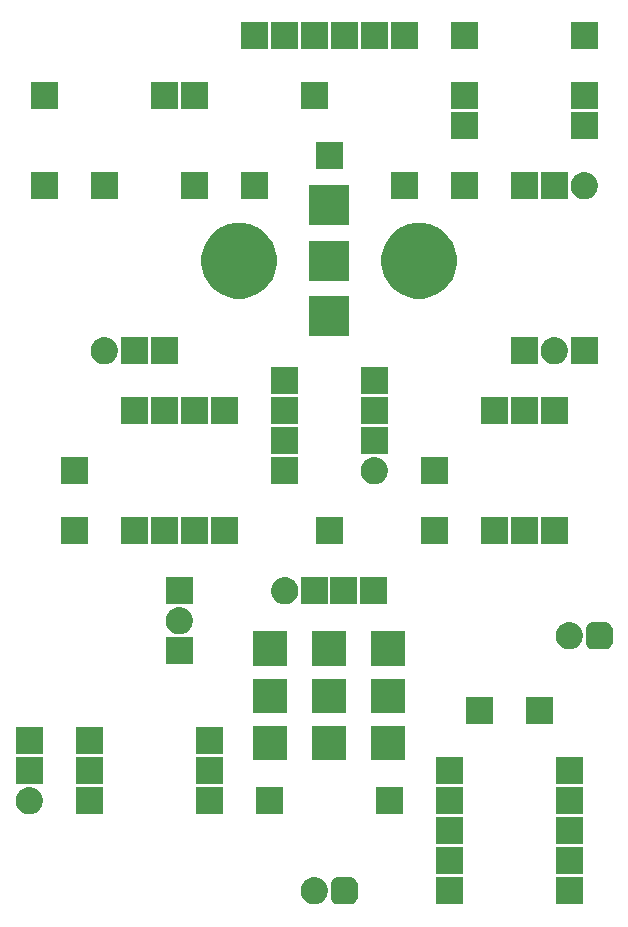
<source format=gbr>
G04 #@! TF.GenerationSoftware,KiCad,Pcbnew,5.1.6-c6e7f7d~87~ubuntu19.10.1*
G04 #@! TF.CreationDate,2022-03-29T21:36:28+06:00*
G04 #@! TF.ProjectId,__________________________r1b,4240353c-3e3b-43e5-9f41-3048385f3e33,1B*
G04 #@! TF.SameCoordinates,Original*
G04 #@! TF.FileFunction,Soldermask,Bot*
G04 #@! TF.FilePolarity,Negative*
%FSLAX46Y46*%
G04 Gerber Fmt 4.6, Leading zero omitted, Abs format (unit mm)*
G04 Created by KiCad (PCBNEW 5.1.6-c6e7f7d~87~ubuntu19.10.1) date 2022-03-29 21:36:28*
%MOMM*%
%LPD*%
G01*
G04 APERTURE LIST*
%ADD10C,0.100000*%
G04 APERTURE END LIST*
D10*
G36*
X126880000Y-201810000D02*
G01*
X124580000Y-201810000D01*
X124580000Y-199510000D01*
X126880000Y-199510000D01*
X126880000Y-201810000D01*
G37*
G36*
X116720000Y-201810000D02*
G01*
X114420000Y-201810000D01*
X114420000Y-199510000D01*
X116720000Y-199510000D01*
X116720000Y-201810000D01*
G37*
G36*
X107290663Y-199523111D02*
G01*
X107416307Y-199561225D01*
X107532096Y-199623115D01*
X107633590Y-199706410D01*
X107716885Y-199807904D01*
X107778775Y-199923693D01*
X107816889Y-200049337D01*
X107830000Y-200182454D01*
X107830000Y-201137546D01*
X107816889Y-201270663D01*
X107778775Y-201396307D01*
X107716885Y-201512096D01*
X107633590Y-201613590D01*
X107532096Y-201696885D01*
X107416307Y-201758775D01*
X107290663Y-201796889D01*
X107157546Y-201810000D01*
X106202454Y-201810000D01*
X106069337Y-201796889D01*
X105943693Y-201758775D01*
X105827904Y-201696885D01*
X105726410Y-201613590D01*
X105643115Y-201512096D01*
X105581225Y-201396307D01*
X105543111Y-201270663D01*
X105530000Y-201137546D01*
X105530000Y-200182454D01*
X105543111Y-200049337D01*
X105581225Y-199923693D01*
X105643115Y-199807904D01*
X105726410Y-199706410D01*
X105827904Y-199623115D01*
X105943693Y-199561225D01*
X106069337Y-199523111D01*
X106202454Y-199510000D01*
X107157546Y-199510000D01*
X107290663Y-199523111D01*
G37*
G36*
X104364354Y-199532097D02*
G01*
X104475443Y-199554194D01*
X104598039Y-199604976D01*
X104684728Y-199640883D01*
X104873081Y-199766736D01*
X105033264Y-199926919D01*
X105159117Y-200115272D01*
X105194212Y-200200000D01*
X105245806Y-200324557D01*
X105290000Y-200546735D01*
X105290000Y-200773265D01*
X105245806Y-200995443D01*
X105195024Y-201118039D01*
X105159117Y-201204728D01*
X105033264Y-201393081D01*
X104873081Y-201553264D01*
X104684728Y-201679117D01*
X104598039Y-201715024D01*
X104475443Y-201765806D01*
X104364354Y-201787903D01*
X104253267Y-201810000D01*
X104026733Y-201810000D01*
X103915646Y-201787903D01*
X103804557Y-201765806D01*
X103681961Y-201715024D01*
X103595272Y-201679117D01*
X103406919Y-201553264D01*
X103246736Y-201393081D01*
X103120883Y-201204728D01*
X103084976Y-201118039D01*
X103034194Y-200995443D01*
X102990000Y-200773265D01*
X102990000Y-200546735D01*
X103034194Y-200324557D01*
X103085788Y-200200000D01*
X103120883Y-200115272D01*
X103246736Y-199926919D01*
X103406919Y-199766736D01*
X103595272Y-199640883D01*
X103681961Y-199604976D01*
X103804557Y-199554194D01*
X103915646Y-199532097D01*
X104026733Y-199510000D01*
X104253267Y-199510000D01*
X104364354Y-199532097D01*
G37*
G36*
X126880000Y-199270000D02*
G01*
X124580000Y-199270000D01*
X124580000Y-196970000D01*
X126880000Y-196970000D01*
X126880000Y-199270000D01*
G37*
G36*
X116720000Y-199270000D02*
G01*
X114420000Y-199270000D01*
X114420000Y-196970000D01*
X116720000Y-196970000D01*
X116720000Y-199270000D01*
G37*
G36*
X116720000Y-196730000D02*
G01*
X114420000Y-196730000D01*
X114420000Y-194430000D01*
X116720000Y-194430000D01*
X116720000Y-196730000D01*
G37*
G36*
X126880000Y-196730000D02*
G01*
X124580000Y-196730000D01*
X124580000Y-194430000D01*
X126880000Y-194430000D01*
X126880000Y-196730000D01*
G37*
G36*
X80234354Y-191912097D02*
G01*
X80345443Y-191934194D01*
X80468039Y-191984976D01*
X80554728Y-192020883D01*
X80743081Y-192146736D01*
X80903264Y-192306919D01*
X81029117Y-192495272D01*
X81065024Y-192581961D01*
X81115806Y-192704557D01*
X81160000Y-192926735D01*
X81160000Y-193153265D01*
X81115806Y-193375443D01*
X81065024Y-193498039D01*
X81029117Y-193584728D01*
X80903264Y-193773081D01*
X80743081Y-193933264D01*
X80554728Y-194059117D01*
X80468039Y-194095024D01*
X80345443Y-194145806D01*
X80234354Y-194167903D01*
X80123267Y-194190000D01*
X79896733Y-194190000D01*
X79785646Y-194167903D01*
X79674557Y-194145806D01*
X79551961Y-194095024D01*
X79465272Y-194059117D01*
X79276919Y-193933264D01*
X79116736Y-193773081D01*
X78990883Y-193584728D01*
X78954976Y-193498039D01*
X78904194Y-193375443D01*
X78860000Y-193153265D01*
X78860000Y-192926735D01*
X78904194Y-192704557D01*
X78954976Y-192581961D01*
X78990883Y-192495272D01*
X79116736Y-192306919D01*
X79276919Y-192146736D01*
X79465272Y-192020883D01*
X79551961Y-191984976D01*
X79674557Y-191934194D01*
X79785646Y-191912097D01*
X79896733Y-191890000D01*
X80123267Y-191890000D01*
X80234354Y-191912097D01*
G37*
G36*
X126880000Y-194190000D02*
G01*
X124580000Y-194190000D01*
X124580000Y-191890000D01*
X126880000Y-191890000D01*
X126880000Y-194190000D01*
G37*
G36*
X116720000Y-194190000D02*
G01*
X114420000Y-194190000D01*
X114420000Y-191890000D01*
X116720000Y-191890000D01*
X116720000Y-194190000D01*
G37*
G36*
X111640000Y-194190000D02*
G01*
X109340000Y-194190000D01*
X109340000Y-191890000D01*
X111640000Y-191890000D01*
X111640000Y-194190000D01*
G37*
G36*
X101480000Y-194190000D02*
G01*
X99180000Y-194190000D01*
X99180000Y-191890000D01*
X101480000Y-191890000D01*
X101480000Y-194190000D01*
G37*
G36*
X96400000Y-194190000D02*
G01*
X94100000Y-194190000D01*
X94100000Y-191890000D01*
X96400000Y-191890000D01*
X96400000Y-194190000D01*
G37*
G36*
X86240000Y-194190000D02*
G01*
X83940000Y-194190000D01*
X83940000Y-191890000D01*
X86240000Y-191890000D01*
X86240000Y-194190000D01*
G37*
G36*
X126880000Y-191650000D02*
G01*
X124580000Y-191650000D01*
X124580000Y-189350000D01*
X126880000Y-189350000D01*
X126880000Y-191650000D01*
G37*
G36*
X96400000Y-191650000D02*
G01*
X94100000Y-191650000D01*
X94100000Y-189350000D01*
X96400000Y-189350000D01*
X96400000Y-191650000D01*
G37*
G36*
X86240000Y-191650000D02*
G01*
X83940000Y-191650000D01*
X83940000Y-189350000D01*
X86240000Y-189350000D01*
X86240000Y-191650000D01*
G37*
G36*
X81160000Y-191650000D02*
G01*
X78860000Y-191650000D01*
X78860000Y-189350000D01*
X81160000Y-189350000D01*
X81160000Y-191650000D01*
G37*
G36*
X116720000Y-191650000D02*
G01*
X114420000Y-191650000D01*
X114420000Y-189350000D01*
X116720000Y-189350000D01*
X116720000Y-191650000D01*
G37*
G36*
X111860000Y-189600000D02*
G01*
X108960000Y-189600000D01*
X108960000Y-186700000D01*
X111860000Y-186700000D01*
X111860000Y-189600000D01*
G37*
G36*
X106860000Y-189600000D02*
G01*
X103960000Y-189600000D01*
X103960000Y-186700000D01*
X106860000Y-186700000D01*
X106860000Y-189600000D01*
G37*
G36*
X101860000Y-189600000D02*
G01*
X98960000Y-189600000D01*
X98960000Y-186700000D01*
X101860000Y-186700000D01*
X101860000Y-189600000D01*
G37*
G36*
X96400000Y-189110000D02*
G01*
X94100000Y-189110000D01*
X94100000Y-186810000D01*
X96400000Y-186810000D01*
X96400000Y-189110000D01*
G37*
G36*
X86240000Y-189110000D02*
G01*
X83940000Y-189110000D01*
X83940000Y-186810000D01*
X86240000Y-186810000D01*
X86240000Y-189110000D01*
G37*
G36*
X81160000Y-189110000D02*
G01*
X78860000Y-189110000D01*
X78860000Y-186810000D01*
X81160000Y-186810000D01*
X81160000Y-189110000D01*
G37*
G36*
X124340000Y-186570000D02*
G01*
X122040000Y-186570000D01*
X122040000Y-184270000D01*
X124340000Y-184270000D01*
X124340000Y-186570000D01*
G37*
G36*
X119260000Y-186570000D02*
G01*
X116960000Y-186570000D01*
X116960000Y-184270000D01*
X119260000Y-184270000D01*
X119260000Y-186570000D01*
G37*
G36*
X101860000Y-185600000D02*
G01*
X98960000Y-185600000D01*
X98960000Y-182700000D01*
X101860000Y-182700000D01*
X101860000Y-185600000D01*
G37*
G36*
X106860000Y-185600000D02*
G01*
X103960000Y-185600000D01*
X103960000Y-182700000D01*
X106860000Y-182700000D01*
X106860000Y-185600000D01*
G37*
G36*
X111860000Y-185600000D02*
G01*
X108960000Y-185600000D01*
X108960000Y-182700000D01*
X111860000Y-182700000D01*
X111860000Y-185600000D01*
G37*
G36*
X101860000Y-181600000D02*
G01*
X98960000Y-181600000D01*
X98960000Y-178700000D01*
X101860000Y-178700000D01*
X101860000Y-181600000D01*
G37*
G36*
X106860000Y-181600000D02*
G01*
X103960000Y-181600000D01*
X103960000Y-178700000D01*
X106860000Y-178700000D01*
X106860000Y-181600000D01*
G37*
G36*
X111860000Y-181600000D02*
G01*
X108960000Y-181600000D01*
X108960000Y-178700000D01*
X111860000Y-178700000D01*
X111860000Y-181600000D01*
G37*
G36*
X93860000Y-181490000D02*
G01*
X91560000Y-181490000D01*
X91560000Y-179190000D01*
X93860000Y-179190000D01*
X93860000Y-181490000D01*
G37*
G36*
X125954354Y-177942097D02*
G01*
X126065443Y-177964194D01*
X126188039Y-178014976D01*
X126274728Y-178050883D01*
X126463081Y-178176736D01*
X126623264Y-178336919D01*
X126749117Y-178525272D01*
X126784212Y-178610000D01*
X126835806Y-178734557D01*
X126835806Y-178734559D01*
X126880000Y-178956733D01*
X126880000Y-179183267D01*
X126857903Y-179294354D01*
X126835806Y-179405443D01*
X126785024Y-179528039D01*
X126749117Y-179614728D01*
X126623264Y-179803081D01*
X126463081Y-179963264D01*
X126274728Y-180089117D01*
X126188039Y-180125024D01*
X126065443Y-180175806D01*
X125954354Y-180197903D01*
X125843267Y-180220000D01*
X125616733Y-180220000D01*
X125505646Y-180197903D01*
X125394557Y-180175806D01*
X125271961Y-180125024D01*
X125185272Y-180089117D01*
X124996919Y-179963264D01*
X124836736Y-179803081D01*
X124710883Y-179614728D01*
X124674976Y-179528039D01*
X124624194Y-179405443D01*
X124602097Y-179294354D01*
X124580000Y-179183267D01*
X124580000Y-178956733D01*
X124624194Y-178734559D01*
X124624194Y-178734557D01*
X124675788Y-178610000D01*
X124710883Y-178525272D01*
X124836736Y-178336919D01*
X124996919Y-178176736D01*
X125185272Y-178050883D01*
X125271961Y-178014976D01*
X125394557Y-177964194D01*
X125505646Y-177942097D01*
X125616733Y-177920000D01*
X125843267Y-177920000D01*
X125954354Y-177942097D01*
G37*
G36*
X128880663Y-177933111D02*
G01*
X129006307Y-177971225D01*
X129122096Y-178033115D01*
X129223590Y-178116410D01*
X129306885Y-178217904D01*
X129368775Y-178333693D01*
X129406889Y-178459337D01*
X129420000Y-178592454D01*
X129420000Y-179547546D01*
X129406889Y-179680663D01*
X129368775Y-179806307D01*
X129306885Y-179922096D01*
X129223590Y-180023590D01*
X129122096Y-180106885D01*
X129006307Y-180168775D01*
X128880663Y-180206889D01*
X128747546Y-180220000D01*
X127792454Y-180220000D01*
X127659337Y-180206889D01*
X127533693Y-180168775D01*
X127417904Y-180106885D01*
X127316410Y-180023590D01*
X127233115Y-179922096D01*
X127171225Y-179806307D01*
X127133111Y-179680663D01*
X127120000Y-179547546D01*
X127120000Y-178592454D01*
X127133111Y-178459337D01*
X127171225Y-178333693D01*
X127233115Y-178217904D01*
X127316410Y-178116410D01*
X127417904Y-178033115D01*
X127533693Y-177971225D01*
X127659337Y-177933111D01*
X127792454Y-177920000D01*
X128747546Y-177920000D01*
X128880663Y-177933111D01*
G37*
G36*
X92934354Y-176672097D02*
G01*
X93045443Y-176694194D01*
X93168039Y-176744976D01*
X93254728Y-176780883D01*
X93443081Y-176906736D01*
X93603264Y-177066919D01*
X93729117Y-177255272D01*
X93765024Y-177341961D01*
X93815806Y-177464557D01*
X93815806Y-177464559D01*
X93860000Y-177686733D01*
X93860000Y-177913267D01*
X93856023Y-177933258D01*
X93815806Y-178135443D01*
X93765024Y-178258039D01*
X93729117Y-178344728D01*
X93603264Y-178533081D01*
X93443081Y-178693264D01*
X93254728Y-178819117D01*
X93168039Y-178855024D01*
X93045443Y-178905806D01*
X92934354Y-178927903D01*
X92823267Y-178950000D01*
X92596733Y-178950000D01*
X92485646Y-178927903D01*
X92374557Y-178905806D01*
X92251961Y-178855024D01*
X92165272Y-178819117D01*
X91976919Y-178693264D01*
X91816736Y-178533081D01*
X91690883Y-178344728D01*
X91654976Y-178258039D01*
X91604194Y-178135443D01*
X91563977Y-177933258D01*
X91560000Y-177913267D01*
X91560000Y-177686733D01*
X91604194Y-177464559D01*
X91604194Y-177464557D01*
X91654976Y-177341961D01*
X91690883Y-177255272D01*
X91816736Y-177066919D01*
X91976919Y-176906736D01*
X92165272Y-176780883D01*
X92251961Y-176744976D01*
X92374557Y-176694194D01*
X92485646Y-176672097D01*
X92596733Y-176650000D01*
X92823267Y-176650000D01*
X92934354Y-176672097D01*
G37*
G36*
X101884354Y-174132097D02*
G01*
X101995443Y-174154194D01*
X102118039Y-174204976D01*
X102204728Y-174240883D01*
X102393081Y-174366736D01*
X102553264Y-174526919D01*
X102679117Y-174715272D01*
X102715024Y-174801961D01*
X102765806Y-174924557D01*
X102810000Y-175146735D01*
X102810000Y-175373265D01*
X102765806Y-175595443D01*
X102715024Y-175718039D01*
X102679117Y-175804728D01*
X102553264Y-175993081D01*
X102393081Y-176153264D01*
X102204728Y-176279117D01*
X102118039Y-176315024D01*
X101995443Y-176365806D01*
X101884354Y-176387903D01*
X101773267Y-176410000D01*
X101546733Y-176410000D01*
X101435646Y-176387903D01*
X101324557Y-176365806D01*
X101201961Y-176315024D01*
X101115272Y-176279117D01*
X100926919Y-176153264D01*
X100766736Y-175993081D01*
X100640883Y-175804728D01*
X100604976Y-175718039D01*
X100554194Y-175595443D01*
X100510000Y-175373265D01*
X100510000Y-175146735D01*
X100554194Y-174924557D01*
X100604976Y-174801961D01*
X100640883Y-174715272D01*
X100766736Y-174526919D01*
X100926919Y-174366736D01*
X101115272Y-174240883D01*
X101201961Y-174204976D01*
X101324557Y-174154194D01*
X101435646Y-174132097D01*
X101546733Y-174110000D01*
X101773267Y-174110000D01*
X101884354Y-174132097D01*
G37*
G36*
X105310000Y-176410000D02*
G01*
X103010000Y-176410000D01*
X103010000Y-174110000D01*
X105310000Y-174110000D01*
X105310000Y-176410000D01*
G37*
G36*
X110310000Y-176410000D02*
G01*
X108010000Y-176410000D01*
X108010000Y-174110000D01*
X110310000Y-174110000D01*
X110310000Y-176410000D01*
G37*
G36*
X93860000Y-176410000D02*
G01*
X91560000Y-176410000D01*
X91560000Y-174110000D01*
X93860000Y-174110000D01*
X93860000Y-176410000D01*
G37*
G36*
X107810000Y-176410000D02*
G01*
X105510000Y-176410000D01*
X105510000Y-174110000D01*
X107810000Y-174110000D01*
X107810000Y-176410000D01*
G37*
G36*
X125610000Y-171330000D02*
G01*
X123310000Y-171330000D01*
X123310000Y-169030000D01*
X125610000Y-169030000D01*
X125610000Y-171330000D01*
G37*
G36*
X97670000Y-171330000D02*
G01*
X95370000Y-171330000D01*
X95370000Y-169030000D01*
X97670000Y-169030000D01*
X97670000Y-171330000D01*
G37*
G36*
X95130000Y-171330000D02*
G01*
X92830000Y-171330000D01*
X92830000Y-169030000D01*
X95130000Y-169030000D01*
X95130000Y-171330000D01*
G37*
G36*
X92590000Y-171330000D02*
G01*
X90290000Y-171330000D01*
X90290000Y-169030000D01*
X92590000Y-169030000D01*
X92590000Y-171330000D01*
G37*
G36*
X120530000Y-171330000D02*
G01*
X118230000Y-171330000D01*
X118230000Y-169030000D01*
X120530000Y-169030000D01*
X120530000Y-171330000D01*
G37*
G36*
X106560000Y-171330000D02*
G01*
X104260000Y-171330000D01*
X104260000Y-169030000D01*
X106560000Y-169030000D01*
X106560000Y-171330000D01*
G37*
G36*
X115450000Y-171330000D02*
G01*
X113150000Y-171330000D01*
X113150000Y-169030000D01*
X115450000Y-169030000D01*
X115450000Y-171330000D01*
G37*
G36*
X123070000Y-171330000D02*
G01*
X120770000Y-171330000D01*
X120770000Y-169030000D01*
X123070000Y-169030000D01*
X123070000Y-171330000D01*
G37*
G36*
X84970000Y-171330000D02*
G01*
X82670000Y-171330000D01*
X82670000Y-169030000D01*
X84970000Y-169030000D01*
X84970000Y-171330000D01*
G37*
G36*
X90050000Y-171330000D02*
G01*
X87750000Y-171330000D01*
X87750000Y-169030000D01*
X90050000Y-169030000D01*
X90050000Y-171330000D01*
G37*
G36*
X109444354Y-163972097D02*
G01*
X109555443Y-163994194D01*
X109678039Y-164044976D01*
X109764728Y-164080883D01*
X109953081Y-164206736D01*
X110113264Y-164366919D01*
X110239117Y-164555272D01*
X110275024Y-164641961D01*
X110325806Y-164764557D01*
X110370000Y-164986735D01*
X110370000Y-165213265D01*
X110325806Y-165435443D01*
X110275024Y-165558039D01*
X110239117Y-165644728D01*
X110113264Y-165833081D01*
X109953081Y-165993264D01*
X109764728Y-166119117D01*
X109678039Y-166155024D01*
X109555443Y-166205806D01*
X109444354Y-166227903D01*
X109333267Y-166250000D01*
X109106733Y-166250000D01*
X108995646Y-166227903D01*
X108884557Y-166205806D01*
X108761961Y-166155024D01*
X108675272Y-166119117D01*
X108486919Y-165993264D01*
X108326736Y-165833081D01*
X108200883Y-165644728D01*
X108164976Y-165558039D01*
X108114194Y-165435443D01*
X108070000Y-165213265D01*
X108070000Y-164986735D01*
X108114194Y-164764557D01*
X108164976Y-164641961D01*
X108200883Y-164555272D01*
X108326736Y-164366919D01*
X108486919Y-164206736D01*
X108675272Y-164080883D01*
X108761961Y-164044976D01*
X108884557Y-163994194D01*
X108995646Y-163972097D01*
X109106733Y-163950000D01*
X109333267Y-163950000D01*
X109444354Y-163972097D01*
G37*
G36*
X115450000Y-166250000D02*
G01*
X113150000Y-166250000D01*
X113150000Y-163950000D01*
X115450000Y-163950000D01*
X115450000Y-166250000D01*
G37*
G36*
X84970000Y-166250000D02*
G01*
X82670000Y-166250000D01*
X82670000Y-163950000D01*
X84970000Y-163950000D01*
X84970000Y-166250000D01*
G37*
G36*
X102750000Y-166250000D02*
G01*
X100450000Y-166250000D01*
X100450000Y-163950000D01*
X102750000Y-163950000D01*
X102750000Y-166250000D01*
G37*
G36*
X102750000Y-163710000D02*
G01*
X100450000Y-163710000D01*
X100450000Y-161410000D01*
X102750000Y-161410000D01*
X102750000Y-163710000D01*
G37*
G36*
X110370000Y-163710000D02*
G01*
X108070000Y-163710000D01*
X108070000Y-161410000D01*
X110370000Y-161410000D01*
X110370000Y-163710000D01*
G37*
G36*
X92590000Y-161170000D02*
G01*
X90290000Y-161170000D01*
X90290000Y-158870000D01*
X92590000Y-158870000D01*
X92590000Y-161170000D01*
G37*
G36*
X102750000Y-161170000D02*
G01*
X100450000Y-161170000D01*
X100450000Y-158870000D01*
X102750000Y-158870000D01*
X102750000Y-161170000D01*
G37*
G36*
X97670000Y-161170000D02*
G01*
X95370000Y-161170000D01*
X95370000Y-158870000D01*
X97670000Y-158870000D01*
X97670000Y-161170000D01*
G37*
G36*
X110370000Y-161170000D02*
G01*
X108070000Y-161170000D01*
X108070000Y-158870000D01*
X110370000Y-158870000D01*
X110370000Y-161170000D01*
G37*
G36*
X123070000Y-161170000D02*
G01*
X120770000Y-161170000D01*
X120770000Y-158870000D01*
X123070000Y-158870000D01*
X123070000Y-161170000D01*
G37*
G36*
X125610000Y-161170000D02*
G01*
X123310000Y-161170000D01*
X123310000Y-158870000D01*
X125610000Y-158870000D01*
X125610000Y-161170000D01*
G37*
G36*
X120530000Y-161170000D02*
G01*
X118230000Y-161170000D01*
X118230000Y-158870000D01*
X120530000Y-158870000D01*
X120530000Y-161170000D01*
G37*
G36*
X90050000Y-161170000D02*
G01*
X87750000Y-161170000D01*
X87750000Y-158870000D01*
X90050000Y-158870000D01*
X90050000Y-161170000D01*
G37*
G36*
X95130000Y-161170000D02*
G01*
X92830000Y-161170000D01*
X92830000Y-158870000D01*
X95130000Y-158870000D01*
X95130000Y-161170000D01*
G37*
G36*
X102750000Y-158630000D02*
G01*
X100450000Y-158630000D01*
X100450000Y-156330000D01*
X102750000Y-156330000D01*
X102750000Y-158630000D01*
G37*
G36*
X110370000Y-158630000D02*
G01*
X108070000Y-158630000D01*
X108070000Y-156330000D01*
X110370000Y-156330000D01*
X110370000Y-158630000D01*
G37*
G36*
X128150000Y-156090000D02*
G01*
X125850000Y-156090000D01*
X125850000Y-153790000D01*
X128150000Y-153790000D01*
X128150000Y-156090000D01*
G37*
G36*
X86584354Y-153812097D02*
G01*
X86695443Y-153834194D01*
X86818039Y-153884976D01*
X86904728Y-153920883D01*
X87093081Y-154046736D01*
X87253264Y-154206919D01*
X87379117Y-154395272D01*
X87415024Y-154481961D01*
X87465806Y-154604557D01*
X87510000Y-154826735D01*
X87510000Y-155053265D01*
X87465806Y-155275443D01*
X87415024Y-155398039D01*
X87379117Y-155484728D01*
X87253264Y-155673081D01*
X87093081Y-155833264D01*
X86904728Y-155959117D01*
X86818039Y-155995024D01*
X86695443Y-156045806D01*
X86584354Y-156067903D01*
X86473267Y-156090000D01*
X86246733Y-156090000D01*
X86135646Y-156067903D01*
X86024557Y-156045806D01*
X85901961Y-155995024D01*
X85815272Y-155959117D01*
X85626919Y-155833264D01*
X85466736Y-155673081D01*
X85340883Y-155484728D01*
X85304976Y-155398039D01*
X85254194Y-155275443D01*
X85210000Y-155053265D01*
X85210000Y-154826735D01*
X85254194Y-154604557D01*
X85304976Y-154481961D01*
X85340883Y-154395272D01*
X85466736Y-154206919D01*
X85626919Y-154046736D01*
X85815272Y-153920883D01*
X85901961Y-153884976D01*
X86024557Y-153834194D01*
X86135646Y-153812097D01*
X86246733Y-153790000D01*
X86473267Y-153790000D01*
X86584354Y-153812097D01*
G37*
G36*
X90050000Y-156090000D02*
G01*
X87750000Y-156090000D01*
X87750000Y-153790000D01*
X90050000Y-153790000D01*
X90050000Y-156090000D01*
G37*
G36*
X92590000Y-156090000D02*
G01*
X90290000Y-156090000D01*
X90290000Y-153790000D01*
X92590000Y-153790000D01*
X92590000Y-156090000D01*
G37*
G36*
X123070000Y-156090000D02*
G01*
X120770000Y-156090000D01*
X120770000Y-153790000D01*
X123070000Y-153790000D01*
X123070000Y-156090000D01*
G37*
G36*
X124684354Y-153812097D02*
G01*
X124795443Y-153834194D01*
X124918039Y-153884976D01*
X125004728Y-153920883D01*
X125193081Y-154046736D01*
X125353264Y-154206919D01*
X125479117Y-154395272D01*
X125515024Y-154481961D01*
X125565806Y-154604557D01*
X125610000Y-154826735D01*
X125610000Y-155053265D01*
X125565806Y-155275443D01*
X125515024Y-155398039D01*
X125479117Y-155484728D01*
X125353264Y-155673081D01*
X125193081Y-155833264D01*
X125004728Y-155959117D01*
X124918039Y-155995024D01*
X124795443Y-156045806D01*
X124684354Y-156067903D01*
X124573267Y-156090000D01*
X124346733Y-156090000D01*
X124235646Y-156067903D01*
X124124557Y-156045806D01*
X124001961Y-155995024D01*
X123915272Y-155959117D01*
X123726919Y-155833264D01*
X123566736Y-155673081D01*
X123440883Y-155484728D01*
X123404976Y-155398039D01*
X123354194Y-155275443D01*
X123310000Y-155053265D01*
X123310000Y-154826735D01*
X123354194Y-154604557D01*
X123404976Y-154481961D01*
X123440883Y-154395272D01*
X123566736Y-154206919D01*
X123726919Y-154046736D01*
X123915272Y-153920883D01*
X124001961Y-153884976D01*
X124124557Y-153834194D01*
X124235646Y-153812097D01*
X124346733Y-153790000D01*
X124573267Y-153790000D01*
X124684354Y-153812097D01*
G37*
G36*
X107110000Y-153720000D02*
G01*
X103710000Y-153720000D01*
X103710000Y-150320000D01*
X107110000Y-150320000D01*
X107110000Y-153720000D01*
G37*
G36*
X98723404Y-144242974D02*
G01*
X99064545Y-144384279D01*
X99305768Y-144484197D01*
X99829881Y-144834398D01*
X100275602Y-145280119D01*
X100625803Y-145804232D01*
X100625803Y-145804233D01*
X100867026Y-146386596D01*
X100990000Y-147004826D01*
X100990000Y-147635174D01*
X100867026Y-148253404D01*
X100725721Y-148594545D01*
X100625803Y-148835768D01*
X100275602Y-149359881D01*
X99829881Y-149805602D01*
X99305768Y-150155803D01*
X99064545Y-150255721D01*
X98723404Y-150397026D01*
X98105174Y-150520000D01*
X97474826Y-150520000D01*
X96856596Y-150397026D01*
X96515455Y-150255721D01*
X96274232Y-150155803D01*
X95750119Y-149805602D01*
X95304398Y-149359881D01*
X94954197Y-148835768D01*
X94854279Y-148594545D01*
X94712974Y-148253404D01*
X94590000Y-147635174D01*
X94590000Y-147004826D01*
X94712974Y-146386596D01*
X94954197Y-145804233D01*
X94954197Y-145804232D01*
X95304398Y-145280119D01*
X95750119Y-144834398D01*
X96274232Y-144484197D01*
X96515455Y-144384279D01*
X96856596Y-144242974D01*
X97474826Y-144120000D01*
X98105174Y-144120000D01*
X98723404Y-144242974D01*
G37*
G36*
X113963404Y-144242974D02*
G01*
X114304545Y-144384279D01*
X114545768Y-144484197D01*
X115069881Y-144834398D01*
X115515602Y-145280119D01*
X115865803Y-145804232D01*
X115865803Y-145804233D01*
X116107026Y-146386596D01*
X116230000Y-147004826D01*
X116230000Y-147635174D01*
X116107026Y-148253404D01*
X115965721Y-148594545D01*
X115865803Y-148835768D01*
X115515602Y-149359881D01*
X115069881Y-149805602D01*
X114545768Y-150155803D01*
X114304545Y-150255721D01*
X113963404Y-150397026D01*
X113345174Y-150520000D01*
X112714826Y-150520000D01*
X112096596Y-150397026D01*
X111755455Y-150255721D01*
X111514232Y-150155803D01*
X110990119Y-149805602D01*
X110544398Y-149359881D01*
X110194197Y-148835768D01*
X110094279Y-148594545D01*
X109952974Y-148253404D01*
X109830000Y-147635174D01*
X109830000Y-147004826D01*
X109952974Y-146386596D01*
X110194197Y-145804233D01*
X110194197Y-145804232D01*
X110544398Y-145280119D01*
X110990119Y-144834398D01*
X111514232Y-144484197D01*
X111755455Y-144384279D01*
X112096596Y-144242974D01*
X112714826Y-144120000D01*
X113345174Y-144120000D01*
X113963404Y-144242974D01*
G37*
G36*
X107110000Y-149020000D02*
G01*
X103710000Y-149020000D01*
X103710000Y-145620000D01*
X107110000Y-145620000D01*
X107110000Y-149020000D01*
G37*
G36*
X107110000Y-144320000D02*
G01*
X103710000Y-144320000D01*
X103710000Y-140920000D01*
X107110000Y-140920000D01*
X107110000Y-144320000D01*
G37*
G36*
X127224354Y-139842097D02*
G01*
X127335443Y-139864194D01*
X127458039Y-139914976D01*
X127544728Y-139950883D01*
X127733081Y-140076736D01*
X127893264Y-140236919D01*
X128019117Y-140425272D01*
X128055024Y-140511961D01*
X128105806Y-140634557D01*
X128150000Y-140856735D01*
X128150000Y-141083265D01*
X128105806Y-141305443D01*
X128055024Y-141428039D01*
X128019117Y-141514728D01*
X127893264Y-141703081D01*
X127733081Y-141863264D01*
X127544728Y-141989117D01*
X127458039Y-142025024D01*
X127335443Y-142075806D01*
X127224354Y-142097903D01*
X127113267Y-142120000D01*
X126886733Y-142120000D01*
X126775646Y-142097903D01*
X126664557Y-142075806D01*
X126541961Y-142025024D01*
X126455272Y-141989117D01*
X126266919Y-141863264D01*
X126106736Y-141703081D01*
X125980883Y-141514728D01*
X125944976Y-141428039D01*
X125894194Y-141305443D01*
X125850000Y-141083265D01*
X125850000Y-140856735D01*
X125894194Y-140634557D01*
X125944976Y-140511961D01*
X125980883Y-140425272D01*
X126106736Y-140236919D01*
X126266919Y-140076736D01*
X126455272Y-139950883D01*
X126541961Y-139914976D01*
X126664557Y-139864194D01*
X126775646Y-139842097D01*
X126886733Y-139820000D01*
X127113267Y-139820000D01*
X127224354Y-139842097D01*
G37*
G36*
X125610000Y-142120000D02*
G01*
X123310000Y-142120000D01*
X123310000Y-139820000D01*
X125610000Y-139820000D01*
X125610000Y-142120000D01*
G37*
G36*
X82430000Y-142120000D02*
G01*
X80130000Y-142120000D01*
X80130000Y-139820000D01*
X82430000Y-139820000D01*
X82430000Y-142120000D01*
G37*
G36*
X87510000Y-142120000D02*
G01*
X85210000Y-142120000D01*
X85210000Y-139820000D01*
X87510000Y-139820000D01*
X87510000Y-142120000D01*
G37*
G36*
X95130000Y-142120000D02*
G01*
X92830000Y-142120000D01*
X92830000Y-139820000D01*
X95130000Y-139820000D01*
X95130000Y-142120000D01*
G37*
G36*
X112910000Y-142120000D02*
G01*
X110610000Y-142120000D01*
X110610000Y-139820000D01*
X112910000Y-139820000D01*
X112910000Y-142120000D01*
G37*
G36*
X117990000Y-142120000D02*
G01*
X115690000Y-142120000D01*
X115690000Y-139820000D01*
X117990000Y-139820000D01*
X117990000Y-142120000D01*
G37*
G36*
X123070000Y-142120000D02*
G01*
X120770000Y-142120000D01*
X120770000Y-139820000D01*
X123070000Y-139820000D01*
X123070000Y-142120000D01*
G37*
G36*
X100210000Y-142120000D02*
G01*
X97910000Y-142120000D01*
X97910000Y-139820000D01*
X100210000Y-139820000D01*
X100210000Y-142120000D01*
G37*
G36*
X106560000Y-139580000D02*
G01*
X104260000Y-139580000D01*
X104260000Y-137280000D01*
X106560000Y-137280000D01*
X106560000Y-139580000D01*
G37*
G36*
X128150000Y-137040000D02*
G01*
X125850000Y-137040000D01*
X125850000Y-134740000D01*
X128150000Y-134740000D01*
X128150000Y-137040000D01*
G37*
G36*
X117990000Y-137040000D02*
G01*
X115690000Y-137040000D01*
X115690000Y-134740000D01*
X117990000Y-134740000D01*
X117990000Y-137040000D01*
G37*
G36*
X95130000Y-134500000D02*
G01*
X92830000Y-134500000D01*
X92830000Y-132200000D01*
X95130000Y-132200000D01*
X95130000Y-134500000D01*
G37*
G36*
X128150000Y-134500000D02*
G01*
X125850000Y-134500000D01*
X125850000Y-132200000D01*
X128150000Y-132200000D01*
X128150000Y-134500000D01*
G37*
G36*
X105290000Y-134500000D02*
G01*
X102990000Y-134500000D01*
X102990000Y-132200000D01*
X105290000Y-132200000D01*
X105290000Y-134500000D01*
G37*
G36*
X92590000Y-134500000D02*
G01*
X90290000Y-134500000D01*
X90290000Y-132200000D01*
X92590000Y-132200000D01*
X92590000Y-134500000D01*
G37*
G36*
X82430000Y-134500000D02*
G01*
X80130000Y-134500000D01*
X80130000Y-132200000D01*
X82430000Y-132200000D01*
X82430000Y-134500000D01*
G37*
G36*
X117990000Y-134500000D02*
G01*
X115690000Y-134500000D01*
X115690000Y-132200000D01*
X117990000Y-132200000D01*
X117990000Y-134500000D01*
G37*
G36*
X110370000Y-129420000D02*
G01*
X108070000Y-129420000D01*
X108070000Y-127120000D01*
X110370000Y-127120000D01*
X110370000Y-129420000D01*
G37*
G36*
X117990000Y-129420000D02*
G01*
X115690000Y-129420000D01*
X115690000Y-127120000D01*
X117990000Y-127120000D01*
X117990000Y-129420000D01*
G37*
G36*
X107830000Y-129420000D02*
G01*
X105530000Y-129420000D01*
X105530000Y-127120000D01*
X107830000Y-127120000D01*
X107830000Y-129420000D01*
G37*
G36*
X100210000Y-129420000D02*
G01*
X97910000Y-129420000D01*
X97910000Y-127120000D01*
X100210000Y-127120000D01*
X100210000Y-129420000D01*
G37*
G36*
X105290000Y-129420000D02*
G01*
X102990000Y-129420000D01*
X102990000Y-127120000D01*
X105290000Y-127120000D01*
X105290000Y-129420000D01*
G37*
G36*
X102750000Y-129420000D02*
G01*
X100450000Y-129420000D01*
X100450000Y-127120000D01*
X102750000Y-127120000D01*
X102750000Y-129420000D01*
G37*
G36*
X112910000Y-129420000D02*
G01*
X110610000Y-129420000D01*
X110610000Y-127120000D01*
X112910000Y-127120000D01*
X112910000Y-129420000D01*
G37*
G36*
X128150000Y-129420000D02*
G01*
X125850000Y-129420000D01*
X125850000Y-127120000D01*
X128150000Y-127120000D01*
X128150000Y-129420000D01*
G37*
M02*

</source>
